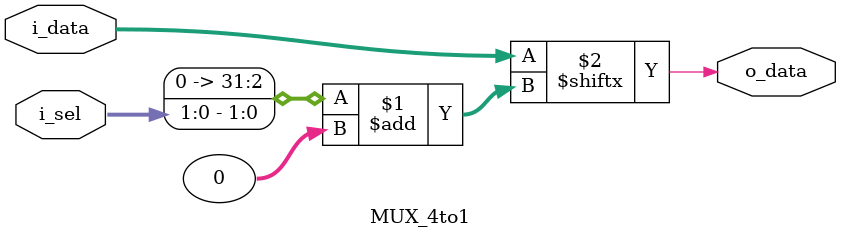
<source format=sv>
`timescale 1ns/100ps
module SNG(
   input i_clk_sng,
   input i_rst_sng,
   input [3:0] i_x_bn,
   input i_start_sng,
   input i_stop_sng,
   output o_sn_bit
);
   parameter IDLE = 2'b00, GEN = 2'b01, DONE = 2'b10;
   logic [1:0] current_state_r,
               current_state_w;
   logic start_fsm_r, start_fsm_w,
         stop_fsm_r, stop_fsm_w;
   logic [1:0] sel;

   FSM_16_state fsm(
      .i_clk_fsm(i_clk_sng),
      .i_rst_fsm(i_rst_sng),
      .i_start_fsm(start_fsm_r),
      .i_stop_fsm(stop_fsm_r),
      .o_sel(sel)
   );

   MUX_4to1 mux(
      .i_sel(sel),
      .i_data(i_x_bn),
      .o_data(o_sn_bit)
   );
   always_comb begin
      current_state_w = current_state_r;
      start_fsm_w = start_fsm_r;
      stop_fsm_w = stop_fsm_r;
      case(current_state_r)
         IDLE: begin
            if(i_start_sng) begin
               start_fsm_w = 1;
               stop_fsm_w = 0;
            end else begin
            end
         end
         GEN: begin
            start_fsm_w = 0;
            if(i_stop_sng) begin
               current_state_w = IDLE;
               stop_fsm_w = 1;
            end else begin
               stop_fsm_w = stop_fsm_r;
            end
         end
         default: current_state_w = IDLE;
      endcase
   end

   always_ff@(posedge i_clk_sng or posedge i_rst_sng) begin
      if(i_rst_sng) begin
         current_state_r <= 0;
         start_fsm_r <= 0;
         stop_fsm_r <= 0;
      end else begin
         current_state_r <= current_state_w;
         start_fsm_r <= start_fsm_w;
         stop_fsm_r <= stop_fsm_w;
      end
   end
endmodule

module FSM_16_state(
   input i_clk_fsm,
   input i_rst_fsm,
   input i_start_fsm,
   input i_stop_fsm,
   output [1:0] o_sel
);
   parameter IDLE = 2'b00, GEN = 2'b01, DONE = 2'b10;
   logic [1:0] current_state_r, 
               current_state_w;

   logic [3:0] counter_r, 
               counter_w;
   assign o_sel = (counter_r == 0)? 3:
                  (counter_r == 1)? 2:
                  (counter_r == 2)? 3:
                  (counter_r == 3)? 1:
                  (counter_r == 4)? 3:
                  (counter_r == 5)? 2:
                  (counter_r == 6)? 3:
                  (counter_r == 7)? 0:
                  (counter_r == 8)? 3:
                  (counter_r == 9)? 2:
                  (counter_r == 10)? 3:
                  (counter_r == 11)? 1:
                  (counter_r == 12)? 3:
                  (counter_r == 13)? 2:
                  (counter_r == 14)? 3:2;
   always_comb begin
      current_state_w = current_state_r;
      counter_w = counter_r;
      case(current_state_r)
         IDLE: begin
            if(i_start_fsm) begin
               current_state_w = GEN;
               counter_w = 0;
            end else begin
               current_state_w = current_state_r;
               counter_w = counter_r;
            end
         end
         GEN: begin
            if(i_stop_fsm) begin
               current_state_w = IDLE;
            end else begin
               counter_w = counter_r + 1;
            end
         end
         default: current_state_w = IDLE;
      endcase
   end

   always_ff@(posedge i_clk_fsm or posedge i_rst_fsm) begin
      if(i_rst_fsm) begin
         current_state_r <= IDLE;
         counter_r <= 0;
      end else begin
         current_state_r <= current_state_w;
         counter_r <= counter_w;
      end
   end

endmodule


module MUX_4to1(
   input [1:0] i_sel,
   input [3:0] i_data,
   output o_data
);
   assign o_data = i_data[i_sel+:1];
endmodule

</source>
